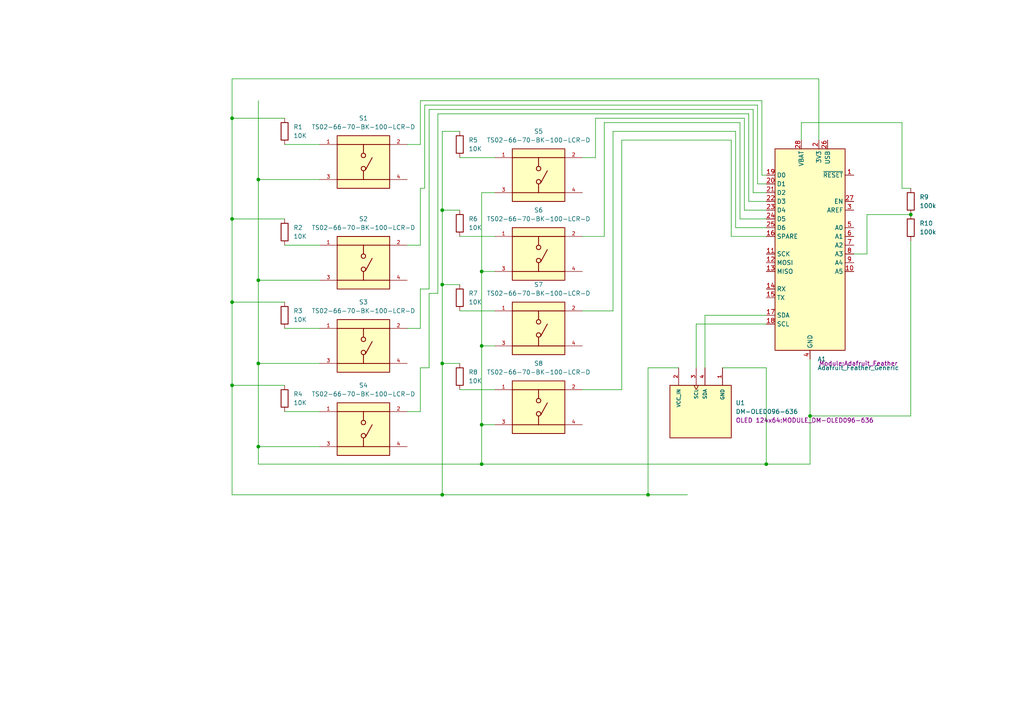
<source format=kicad_sch>
(kicad_sch
	(version 20250114)
	(generator "eeschema")
	(generator_version "9.0")
	(uuid "6e8925e9-4ddf-4c7d-9f14-f55e51f0273c")
	(paper "A4")
	(lib_symbols
		(symbol "Device:R"
			(pin_numbers
				(hide yes)
			)
			(pin_names
				(offset 0)
			)
			(exclude_from_sim no)
			(in_bom yes)
			(on_board yes)
			(property "Reference" "R"
				(at 2.032 0 90)
				(effects
					(font
						(size 1.27 1.27)
					)
				)
			)
			(property "Value" "R"
				(at 0 0 90)
				(effects
					(font
						(size 1.27 1.27)
					)
				)
			)
			(property "Footprint" ""
				(at -1.778 0 90)
				(effects
					(font
						(size 1.27 1.27)
					)
					(hide yes)
				)
			)
			(property "Datasheet" "~"
				(at 0 0 0)
				(effects
					(font
						(size 1.27 1.27)
					)
					(hide yes)
				)
			)
			(property "Description" "Resistor"
				(at 0 0 0)
				(effects
					(font
						(size 1.27 1.27)
					)
					(hide yes)
				)
			)
			(property "ki_keywords" "R res resistor"
				(at 0 0 0)
				(effects
					(font
						(size 1.27 1.27)
					)
					(hide yes)
				)
			)
			(property "ki_fp_filters" "R_*"
				(at 0 0 0)
				(effects
					(font
						(size 1.27 1.27)
					)
					(hide yes)
				)
			)
			(symbol "R_0_1"
				(rectangle
					(start -1.016 -2.54)
					(end 1.016 2.54)
					(stroke
						(width 0.254)
						(type default)
					)
					(fill
						(type none)
					)
				)
			)
			(symbol "R_1_1"
				(pin passive line
					(at 0 3.81 270)
					(length 1.27)
					(name "~"
						(effects
							(font
								(size 1.27 1.27)
							)
						)
					)
					(number "1"
						(effects
							(font
								(size 1.27 1.27)
							)
						)
					)
				)
				(pin passive line
					(at 0 -3.81 90)
					(length 1.27)
					(name "~"
						(effects
							(font
								(size 1.27 1.27)
							)
						)
					)
					(number "2"
						(effects
							(font
								(size 1.27 1.27)
							)
						)
					)
				)
			)
			(embedded_fonts no)
		)
		(symbol "MCU_Module:Adafruit_Feather_Generic"
			(exclude_from_sim no)
			(in_bom yes)
			(on_board yes)
			(property "Reference" "A"
				(at -10.16 29.21 0)
				(effects
					(font
						(size 1.27 1.27)
					)
					(justify left)
				)
			)
			(property "Value" "Adafruit_Feather_Generic"
				(at 2.54 -31.75 0)
				(effects
					(font
						(size 1.27 1.27)
					)
					(justify left)
				)
			)
			(property "Footprint" "Module:Adafruit_Feather"
				(at 2.54 -34.29 0)
				(effects
					(font
						(size 1.27 1.27)
					)
					(justify left)
					(hide yes)
				)
			)
			(property "Datasheet" "https://cdn-learn.adafruit.com/downloads/pdf/adafruit-feather.pdf"
				(at 0 -20.32 0)
				(effects
					(font
						(size 1.27 1.27)
					)
					(hide yes)
				)
			)
			(property "Description" "Microcontroller module in various flavor, generic symbol"
				(at 0 0 0)
				(effects
					(font
						(size 1.27 1.27)
					)
					(hide yes)
				)
			)
			(property "ki_keywords" "Adafruit feather microcontroller module"
				(at 0 0 0)
				(effects
					(font
						(size 1.27 1.27)
					)
					(hide yes)
				)
			)
			(property "ki_fp_filters" "Adafruit*Feather*"
				(at 0 0 0)
				(effects
					(font
						(size 1.27 1.27)
					)
					(hide yes)
				)
			)
			(symbol "Adafruit_Feather_Generic_0_1"
				(rectangle
					(start -10.16 27.94)
					(end 10.16 -30.48)
					(stroke
						(width 0.254)
						(type default)
					)
					(fill
						(type background)
					)
				)
			)
			(symbol "Adafruit_Feather_Generic_1_1"
				(pin bidirectional line
					(at -12.7 20.32 0)
					(length 2.54)
					(name "D0"
						(effects
							(font
								(size 1.27 1.27)
							)
						)
					)
					(number "19"
						(effects
							(font
								(size 1.27 1.27)
							)
						)
					)
				)
				(pin bidirectional line
					(at -12.7 17.78 0)
					(length 2.54)
					(name "D1"
						(effects
							(font
								(size 1.27 1.27)
							)
						)
					)
					(number "20"
						(effects
							(font
								(size 1.27 1.27)
							)
						)
					)
				)
				(pin bidirectional line
					(at -12.7 15.24 0)
					(length 2.54)
					(name "D2"
						(effects
							(font
								(size 1.27 1.27)
							)
						)
					)
					(number "21"
						(effects
							(font
								(size 1.27 1.27)
							)
						)
					)
				)
				(pin bidirectional line
					(at -12.7 12.7 0)
					(length 2.54)
					(name "D3"
						(effects
							(font
								(size 1.27 1.27)
							)
						)
					)
					(number "22"
						(effects
							(font
								(size 1.27 1.27)
							)
						)
					)
				)
				(pin bidirectional line
					(at -12.7 10.16 0)
					(length 2.54)
					(name "D4"
						(effects
							(font
								(size 1.27 1.27)
							)
						)
					)
					(number "23"
						(effects
							(font
								(size 1.27 1.27)
							)
						)
					)
				)
				(pin bidirectional line
					(at -12.7 7.62 0)
					(length 2.54)
					(name "D5"
						(effects
							(font
								(size 1.27 1.27)
							)
						)
					)
					(number "24"
						(effects
							(font
								(size 1.27 1.27)
							)
						)
					)
				)
				(pin bidirectional line
					(at -12.7 5.08 0)
					(length 2.54)
					(name "D6"
						(effects
							(font
								(size 1.27 1.27)
							)
						)
					)
					(number "25"
						(effects
							(font
								(size 1.27 1.27)
							)
						)
					)
				)
				(pin bidirectional line
					(at -12.7 2.54 0)
					(length 2.54)
					(name "SPARE"
						(effects
							(font
								(size 1.27 1.27)
							)
						)
					)
					(number "16"
						(effects
							(font
								(size 1.27 1.27)
							)
						)
					)
				)
				(pin bidirectional line
					(at -12.7 -2.54 0)
					(length 2.54)
					(name "SCK"
						(effects
							(font
								(size 1.27 1.27)
							)
						)
					)
					(number "11"
						(effects
							(font
								(size 1.27 1.27)
							)
						)
					)
				)
				(pin bidirectional line
					(at -12.7 -5.08 0)
					(length 2.54)
					(name "MOSI"
						(effects
							(font
								(size 1.27 1.27)
							)
						)
					)
					(number "12"
						(effects
							(font
								(size 1.27 1.27)
							)
						)
					)
				)
				(pin bidirectional line
					(at -12.7 -7.62 0)
					(length 2.54)
					(name "MISO"
						(effects
							(font
								(size 1.27 1.27)
							)
						)
					)
					(number "13"
						(effects
							(font
								(size 1.27 1.27)
							)
						)
					)
				)
				(pin bidirectional line
					(at -12.7 -12.7 0)
					(length 2.54)
					(name "RX"
						(effects
							(font
								(size 1.27 1.27)
							)
						)
					)
					(number "14"
						(effects
							(font
								(size 1.27 1.27)
							)
						)
					)
				)
				(pin bidirectional line
					(at -12.7 -15.24 0)
					(length 2.54)
					(name "TX"
						(effects
							(font
								(size 1.27 1.27)
							)
						)
					)
					(number "15"
						(effects
							(font
								(size 1.27 1.27)
							)
						)
					)
				)
				(pin bidirectional line
					(at -12.7 -20.32 0)
					(length 2.54)
					(name "SDA"
						(effects
							(font
								(size 1.27 1.27)
							)
						)
					)
					(number "17"
						(effects
							(font
								(size 1.27 1.27)
							)
						)
					)
				)
				(pin bidirectional line
					(at -12.7 -22.86 0)
					(length 2.54)
					(name "SCL"
						(effects
							(font
								(size 1.27 1.27)
							)
						)
					)
					(number "18"
						(effects
							(font
								(size 1.27 1.27)
							)
						)
					)
				)
				(pin power_in line
					(at -2.54 30.48 270)
					(length 2.54)
					(name "VBAT"
						(effects
							(font
								(size 1.27 1.27)
							)
						)
					)
					(number "28"
						(effects
							(font
								(size 1.27 1.27)
							)
						)
					)
				)
				(pin power_in line
					(at 0 -33.02 90)
					(length 2.54)
					(name "GND"
						(effects
							(font
								(size 1.27 1.27)
							)
						)
					)
					(number "4"
						(effects
							(font
								(size 1.27 1.27)
							)
						)
					)
				)
				(pin power_in line
					(at 2.54 30.48 270)
					(length 2.54)
					(name "3V3"
						(effects
							(font
								(size 1.27 1.27)
							)
						)
					)
					(number "2"
						(effects
							(font
								(size 1.27 1.27)
							)
						)
					)
				)
				(pin power_in line
					(at 5.08 30.48 270)
					(length 2.54)
					(name "USB"
						(effects
							(font
								(size 1.27 1.27)
							)
						)
					)
					(number "26"
						(effects
							(font
								(size 1.27 1.27)
							)
						)
					)
				)
				(pin input line
					(at 12.7 20.32 180)
					(length 2.54)
					(name "~{RESET}"
						(effects
							(font
								(size 1.27 1.27)
							)
						)
					)
					(number "1"
						(effects
							(font
								(size 1.27 1.27)
							)
						)
					)
				)
				(pin input line
					(at 12.7 12.7 180)
					(length 2.54)
					(name "EN"
						(effects
							(font
								(size 1.27 1.27)
							)
						)
					)
					(number "27"
						(effects
							(font
								(size 1.27 1.27)
							)
						)
					)
				)
				(pin input line
					(at 12.7 10.16 180)
					(length 2.54)
					(name "AREF"
						(effects
							(font
								(size 1.27 1.27)
							)
						)
					)
					(number "3"
						(effects
							(font
								(size 1.27 1.27)
							)
						)
					)
				)
				(pin bidirectional line
					(at 12.7 5.08 180)
					(length 2.54)
					(name "A0"
						(effects
							(font
								(size 1.27 1.27)
							)
						)
					)
					(number "5"
						(effects
							(font
								(size 1.27 1.27)
							)
						)
					)
				)
				(pin bidirectional line
					(at 12.7 2.54 180)
					(length 2.54)
					(name "A1"
						(effects
							(font
								(size 1.27 1.27)
							)
						)
					)
					(number "6"
						(effects
							(font
								(size 1.27 1.27)
							)
						)
					)
				)
				(pin bidirectional line
					(at 12.7 0 180)
					(length 2.54)
					(name "A2"
						(effects
							(font
								(size 1.27 1.27)
							)
						)
					)
					(number "7"
						(effects
							(font
								(size 1.27 1.27)
							)
						)
					)
				)
				(pin bidirectional line
					(at 12.7 -2.54 180)
					(length 2.54)
					(name "A3"
						(effects
							(font
								(size 1.27 1.27)
							)
						)
					)
					(number "8"
						(effects
							(font
								(size 1.27 1.27)
							)
						)
					)
				)
				(pin bidirectional line
					(at 12.7 -5.08 180)
					(length 2.54)
					(name "A4"
						(effects
							(font
								(size 1.27 1.27)
							)
						)
					)
					(number "9"
						(effects
							(font
								(size 1.27 1.27)
							)
						)
					)
				)
				(pin bidirectional line
					(at 12.7 -7.62 180)
					(length 2.54)
					(name "A5"
						(effects
							(font
								(size 1.27 1.27)
							)
						)
					)
					(number "10"
						(effects
							(font
								(size 1.27 1.27)
							)
						)
					)
				)
			)
			(embedded_fonts no)
		)
		(symbol "SDD1306-128x64_OLED_MK2:DM-OLED096-636"
			(pin_names
				(offset 1.016)
			)
			(exclude_from_sim no)
			(in_bom yes)
			(on_board yes)
			(property "Reference" "U"
				(at -7.62 10.922 0)
				(effects
					(font
						(size 1.27 1.27)
					)
					(justify left bottom)
				)
			)
			(property "Value" "DM-OLED096-636"
				(at -7.62 -10.16 0)
				(effects
					(font
						(size 1.27 1.27)
					)
					(justify left bottom)
				)
			)
			(property "Footprint" "DM-OLED096-636:MODULE_DM-OLED096-636"
				(at 0 0 0)
				(effects
					(font
						(size 1.27 1.27)
					)
					(justify bottom)
					(hide yes)
				)
			)
			(property "Datasheet" ""
				(at 0 0 0)
				(effects
					(font
						(size 1.27 1.27)
					)
					(hide yes)
				)
			)
			(property "Description" ""
				(at 0 0 0)
				(effects
					(font
						(size 1.27 1.27)
					)
					(hide yes)
				)
			)
			(property "MF" "Display Module"
				(at 0 0 0)
				(effects
					(font
						(size 1.27 1.27)
					)
					(justify bottom)
					(hide yes)
				)
			)
			(property "MAXIMUM_PACKAGE_HEIGHT" "11.3 mm"
				(at 0 0 0)
				(effects
					(font
						(size 1.27 1.27)
					)
					(justify bottom)
					(hide yes)
				)
			)
			(property "Package" "Package"
				(at 0 0 0)
				(effects
					(font
						(size 1.27 1.27)
					)
					(justify bottom)
					(hide yes)
				)
			)
			(property "Price" "None"
				(at 0 0 0)
				(effects
					(font
						(size 1.27 1.27)
					)
					(justify bottom)
					(hide yes)
				)
			)
			(property "Check_prices" "https://www.snapeda.com/parts/DM-OLED096-636/Display+Module/view-part/?ref=eda"
				(at 0 0 0)
				(effects
					(font
						(size 1.27 1.27)
					)
					(justify bottom)
					(hide yes)
				)
			)
			(property "STANDARD" "Manufacturer Recommendations"
				(at 0 0 0)
				(effects
					(font
						(size 1.27 1.27)
					)
					(justify bottom)
					(hide yes)
				)
			)
			(property "PARTREV" "2018-09-10"
				(at 0 0 0)
				(effects
					(font
						(size 1.27 1.27)
					)
					(justify bottom)
					(hide yes)
				)
			)
			(property "SnapEDA_Link" "https://www.snapeda.com/parts/DM-OLED096-636/Display+Module/view-part/?ref=snap"
				(at 0 0 0)
				(effects
					(font
						(size 1.27 1.27)
					)
					(justify bottom)
					(hide yes)
				)
			)
			(property "MP" "DM-OLED096-636"
				(at 0 0 0)
				(effects
					(font
						(size 1.27 1.27)
					)
					(justify bottom)
					(hide yes)
				)
			)
			(property "Description_1" "0.96” 128 X 64 MONOCHROME GRAPHIC OLED DISPLAY MODULE - I2C"
				(at 0 0 0)
				(effects
					(font
						(size 1.27 1.27)
					)
					(justify bottom)
					(hide yes)
				)
			)
			(property "Availability" "Not in stock"
				(at 0 0 0)
				(effects
					(font
						(size 1.27 1.27)
					)
					(justify bottom)
					(hide yes)
				)
			)
			(property "MANUFACTURER" "Displaymodule"
				(at 0 0 0)
				(effects
					(font
						(size 1.27 1.27)
					)
					(justify bottom)
					(hide yes)
				)
			)
			(symbol "DM-OLED096-636_0_0"
				(rectangle
					(start -7.62 -7.62)
					(end 7.62 10.16)
					(stroke
						(width 0.254)
						(type default)
					)
					(fill
						(type background)
					)
				)
				(pin power_in line
					(at 12.7 7.62 180)
					(length 5.08)
					(name "VCC_IN"
						(effects
							(font
								(size 1.016 1.016)
							)
						)
					)
					(number "2"
						(effects
							(font
								(size 1.016 1.016)
							)
						)
					)
				)
				(pin input clock
					(at 12.7 2.54 180)
					(length 5.08)
					(name "SCL"
						(effects
							(font
								(size 1.016 1.016)
							)
						)
					)
					(number "3"
						(effects
							(font
								(size 1.016 1.016)
							)
						)
					)
				)
				(pin bidirectional line
					(at 12.7 0 180)
					(length 5.08)
					(name "SDA"
						(effects
							(font
								(size 1.016 1.016)
							)
						)
					)
					(number "4"
						(effects
							(font
								(size 1.016 1.016)
							)
						)
					)
				)
				(pin power_in line
					(at 12.7 -5.08 180)
					(length 5.08)
					(name "GND"
						(effects
							(font
								(size 1.016 1.016)
							)
						)
					)
					(number "1"
						(effects
							(font
								(size 1.016 1.016)
							)
						)
					)
				)
			)
			(embedded_fonts no)
		)
		(symbol "TS02-66-70-BK-100-LCR-D:TS02-66-70-BK-100-LCR-D"
			(pin_names
				(offset 1.016)
			)
			(exclude_from_sim no)
			(in_bom yes)
			(on_board yes)
			(property "Reference" "S1"
				(at 0 12.7 0)
				(effects
					(font
						(size 1.27 1.27)
					)
				)
			)
			(property "Value" "TS02-66-70-BK-100-LCR-D"
				(at 0 10.16 0)
				(effects
					(font
						(size 1.27 1.27)
					)
				)
			)
			(property "Footprint" "Button_Switch_THT:SW_PUSH_6mm_H4.3mm"
				(at 0 0 0)
				(effects
					(font
						(size 1.27 1.27)
					)
					(justify bottom)
				)
			)
			(property "Datasheet" ""
				(at 0 0 0)
				(effects
					(font
						(size 1.27 1.27)
					)
					(hide yes)
				)
			)
			(property "Description" ""
				(at 0 0 0)
				(effects
					(font
						(size 1.27 1.27)
					)
					(hide yes)
				)
			)
			(property "PARTREV" "1.0"
				(at 0 0 0)
				(effects
					(font
						(size 1.27 1.27)
					)
					(justify bottom)
					(hide yes)
				)
			)
			(property "MANUFACTURER" "CUI Devices"
				(at 0 0 0)
				(effects
					(font
						(size 1.27 1.27)
					)
					(justify bottom)
					(hide yes)
				)
			)
			(property "STANDARD" "Manufacturer Recommendations"
				(at 0 0 0)
				(effects
					(font
						(size 1.27 1.27)
					)
					(justify bottom)
					(hide yes)
				)
			)
			(symbol "TS02-66-70-BK-100-LCR-D_0_0"
				(rectangle
					(start -7.62 -7.62)
					(end 7.62 7.62)
					(stroke
						(width 0.254)
						(type default)
					)
					(fill
						(type background)
					)
				)
				(polyline
					(pts
						(xy 0 5.08) (xy -7.62 5.08)
					)
					(stroke
						(width 0.254)
						(type default)
					)
					(fill
						(type none)
					)
				)
				(polyline
					(pts
						(xy 0 5.08) (xy 0 2.54)
					)
					(stroke
						(width 0.254)
						(type default)
					)
					(fill
						(type none)
					)
				)
				(polyline
					(pts
						(xy 0 5.08) (xy 7.62 5.08)
					)
					(stroke
						(width 0.254)
						(type default)
					)
					(fill
						(type none)
					)
				)
				(circle
					(center 0 1.905)
					(radius 0.635)
					(stroke
						(width 0.254)
						(type default)
					)
					(fill
						(type none)
					)
				)
				(circle
					(center 0 -1.905)
					(radius 0.635)
					(stroke
						(width 0.254)
						(type default)
					)
					(fill
						(type none)
					)
				)
				(polyline
					(pts
						(xy 0 -2.54) (xy 0 -5.08)
					)
					(stroke
						(width 0.254)
						(type default)
					)
					(fill
						(type none)
					)
				)
				(polyline
					(pts
						(xy 0 -5.08) (xy -7.62 -5.08)
					)
					(stroke
						(width 0.254)
						(type default)
					)
					(fill
						(type none)
					)
				)
				(polyline
					(pts
						(xy 0 -5.08) (xy 7.62 -5.08)
					)
					(stroke
						(width 0.254)
						(type default)
					)
					(fill
						(type none)
					)
				)
				(polyline
					(pts
						(xy 0.635 -2.2225) (xy 2.54 1.27)
					)
					(stroke
						(width 0.254)
						(type default)
					)
					(fill
						(type none)
					)
				)
				(pin passive line
					(at -12.7 5.08 0)
					(length 5.08)
					(name "~"
						(effects
							(font
								(size 1.016 1.016)
							)
						)
					)
					(number "1"
						(effects
							(font
								(size 1.016 1.016)
							)
						)
					)
				)
				(pin passive line
					(at -12.7 -5.08 0)
					(length 5.08)
					(name "~"
						(effects
							(font
								(size 1.016 1.016)
							)
						)
					)
					(number "3"
						(effects
							(font
								(size 1.016 1.016)
							)
						)
					)
				)
				(pin passive line
					(at 12.7 5.08 180)
					(length 5.08)
					(name "~"
						(effects
							(font
								(size 1.016 1.016)
							)
						)
					)
					(number "2"
						(effects
							(font
								(size 1.016 1.016)
							)
						)
					)
				)
				(pin passive line
					(at 12.7 -5.08 180)
					(length 5.08)
					(name "~"
						(effects
							(font
								(size 1.016 1.016)
							)
						)
					)
					(number "4"
						(effects
							(font
								(size 1.016 1.016)
							)
						)
					)
				)
			)
			(embedded_fonts no)
		)
	)
	(junction
		(at 139.7 100.33)
		(diameter 0)
		(color 0 0 0 0)
		(uuid "04f8c5c9-ca55-4850-9fcd-24d2499a797d")
	)
	(junction
		(at 139.7 78.74)
		(diameter 0)
		(color 0 0 0 0)
		(uuid "0d2dab89-ff7f-47bf-8c13-b807a9cd2a99")
	)
	(junction
		(at 74.93 52.07)
		(diameter 0)
		(color 0 0 0 0)
		(uuid "12dc0518-fae0-4b27-920d-c6ddb4c084b7")
	)
	(junction
		(at 128.27 143.51)
		(diameter 0)
		(color 0 0 0 0)
		(uuid "28fa09eb-aafa-494e-8d64-39de2681a1ee")
	)
	(junction
		(at 67.31 111.76)
		(diameter 0)
		(color 0 0 0 0)
		(uuid "2972fb78-1d4b-42b5-baf7-e222541efb0c")
	)
	(junction
		(at 67.31 34.29)
		(diameter 0)
		(color 0 0 0 0)
		(uuid "2e84169f-e22b-4569-9e07-ac07e4d51248")
	)
	(junction
		(at 187.96 143.51)
		(diameter 0)
		(color 0 0 0 0)
		(uuid "2f1c6f96-a793-4825-b19b-1fe8aa4817b0")
	)
	(junction
		(at 74.93 105.41)
		(diameter 0)
		(color 0 0 0 0)
		(uuid "2f718fef-e9d9-425f-8bc8-5a6c2c0ecde0")
	)
	(junction
		(at 139.7 134.62)
		(diameter 0)
		(color 0 0 0 0)
		(uuid "32210d50-bd0b-4dfe-babe-805c5e5efb9c")
	)
	(junction
		(at 67.31 63.5)
		(diameter 0)
		(color 0 0 0 0)
		(uuid "3bdac298-cbd8-404d-a06f-dbbd07989b4b")
	)
	(junction
		(at 74.93 81.28)
		(diameter 0)
		(color 0 0 0 0)
		(uuid "57d8fce8-f475-49f6-a8fa-390f8cd29cea")
	)
	(junction
		(at 139.7 123.19)
		(diameter 0)
		(color 0 0 0 0)
		(uuid "6bf8e5a3-5836-41e0-9e78-cf92eacea2f1")
	)
	(junction
		(at 128.27 60.96)
		(diameter 0)
		(color 0 0 0 0)
		(uuid "6e82eef2-e89d-4246-9f80-fa55d80f488c")
	)
	(junction
		(at 128.27 82.55)
		(diameter 0)
		(color 0 0 0 0)
		(uuid "9391b7b1-dc8e-4304-86d3-5b5e3fcd1fcd")
	)
	(junction
		(at 234.95 120.65)
		(diameter 0)
		(color 0 0 0 0)
		(uuid "a61c41f6-67c6-4037-9bf0-2384557bd661")
	)
	(junction
		(at 264.16 62.23)
		(diameter 0)
		(color 0 0 0 0)
		(uuid "b281cbe7-47bf-45f9-943b-25cbf989efc0")
	)
	(junction
		(at 67.31 87.63)
		(diameter 0)
		(color 0 0 0 0)
		(uuid "d1afe365-5a03-40b3-8ea5-bff70c0fbf9a")
	)
	(junction
		(at 74.93 129.54)
		(diameter 0)
		(color 0 0 0 0)
		(uuid "dada53df-06ae-421c-99ae-9bc2b7aab9e1")
	)
	(junction
		(at 128.27 105.41)
		(diameter 0)
		(color 0 0 0 0)
		(uuid "eda85c04-2472-4a71-bfc9-5892173ba93b")
	)
	(junction
		(at 222.25 134.62)
		(diameter 0)
		(color 0 0 0 0)
		(uuid "ffee603c-1ad9-467a-b98b-dff04c6d4653")
	)
	(wire
		(pts
			(xy 196.85 106.68) (xy 187.96 106.68)
		)
		(stroke
			(width 0)
			(type default)
		)
		(uuid "01c55539-6c05-464b-8cec-39071488d3e6")
	)
	(wire
		(pts
			(xy 261.62 35.56) (xy 261.62 54.61)
		)
		(stroke
			(width 0)
			(type default)
		)
		(uuid "0417441d-ac80-45e1-80e1-77995ab35f54")
	)
	(wire
		(pts
			(xy 219.71 30.48) (xy 219.71 53.34)
		)
		(stroke
			(width 0)
			(type default)
		)
		(uuid "045ab010-3ea8-4dea-8338-87917b8a4d55")
	)
	(wire
		(pts
			(xy 128.27 38.1) (xy 133.35 38.1)
		)
		(stroke
			(width 0)
			(type default)
		)
		(uuid "04addf5f-5419-4e3a-870e-67f79773cbba")
	)
	(wire
		(pts
			(xy 180.34 40.64) (xy 212.09 40.64)
		)
		(stroke
			(width 0)
			(type default)
		)
		(uuid "05635771-4cfe-4f53-a9dd-b0974f5c4663")
	)
	(wire
		(pts
			(xy 67.31 87.63) (xy 67.31 111.76)
		)
		(stroke
			(width 0)
			(type default)
		)
		(uuid "05db419c-fad1-42b3-ab2b-14f3c698722c")
	)
	(wire
		(pts
			(xy 251.46 62.23) (xy 251.46 73.66)
		)
		(stroke
			(width 0)
			(type default)
		)
		(uuid "087a0a41-f8f9-4144-b9a1-f7876fb0b510")
	)
	(wire
		(pts
			(xy 168.91 45.72) (xy 172.72 45.72)
		)
		(stroke
			(width 0)
			(type default)
		)
		(uuid "0a361a25-e1bf-4021-9a50-ad11fb90ec8c")
	)
	(wire
		(pts
			(xy 139.7 100.33) (xy 143.51 100.33)
		)
		(stroke
			(width 0)
			(type default)
		)
		(uuid "0bae9674-c55d-41a1-ae35-fe5660503106")
	)
	(wire
		(pts
			(xy 222.25 134.62) (xy 234.95 134.62)
		)
		(stroke
			(width 0)
			(type default)
		)
		(uuid "0bb85bd3-c73c-4644-9ab8-216ebe553039")
	)
	(wire
		(pts
			(xy 67.31 63.5) (xy 82.55 63.5)
		)
		(stroke
			(width 0)
			(type default)
		)
		(uuid "0bd3c616-5524-45e4-8dcb-5f936760de85")
	)
	(wire
		(pts
			(xy 127 85.09) (xy 127 33.02)
		)
		(stroke
			(width 0)
			(type default)
		)
		(uuid "0dd3b402-ebd3-42c1-ad20-ecce45ddb5c7")
	)
	(wire
		(pts
			(xy 74.93 105.41) (xy 74.93 129.54)
		)
		(stroke
			(width 0)
			(type default)
		)
		(uuid "0f95b1bd-d13d-40d2-8453-6415dfe2fe67")
	)
	(wire
		(pts
			(xy 214.63 35.56) (xy 214.63 63.5)
		)
		(stroke
			(width 0)
			(type default)
		)
		(uuid "10bb14b9-673c-432a-8320-6bd9628251d0")
	)
	(wire
		(pts
			(xy 121.92 106.68) (xy 124.46 106.68)
		)
		(stroke
			(width 0)
			(type default)
		)
		(uuid "174d51fa-be87-441b-8731-584a44e1f95f")
	)
	(wire
		(pts
			(xy 168.91 113.03) (xy 180.34 113.03)
		)
		(stroke
			(width 0)
			(type default)
		)
		(uuid "1a8c1f37-c11e-48bf-9cd8-67ce0a3ae5fc")
	)
	(wire
		(pts
			(xy 67.31 22.86) (xy 67.31 34.29)
		)
		(stroke
			(width 0)
			(type default)
		)
		(uuid "1aa072b3-42c1-4f8b-b067-07ed0ae43af4")
	)
	(wire
		(pts
			(xy 139.7 55.88) (xy 143.51 55.88)
		)
		(stroke
			(width 0)
			(type default)
		)
		(uuid "1b07f5fb-eb09-4b4d-8bfa-66c802752a6f")
	)
	(wire
		(pts
			(xy 175.26 35.56) (xy 214.63 35.56)
		)
		(stroke
			(width 0)
			(type default)
		)
		(uuid "1d51c82d-28ad-49d2-9a0e-5b3e6b4f4ece")
	)
	(wire
		(pts
			(xy 201.93 93.98) (xy 201.93 106.68)
		)
		(stroke
			(width 0)
			(type default)
		)
		(uuid "2033c246-20ae-4c89-a369-96892f6d96a7")
	)
	(wire
		(pts
			(xy 67.31 87.63) (xy 82.55 87.63)
		)
		(stroke
			(width 0)
			(type default)
		)
		(uuid "2597debc-efab-4122-a7a4-49dada01e1ad")
	)
	(wire
		(pts
			(xy 180.34 113.03) (xy 180.34 40.64)
		)
		(stroke
			(width 0)
			(type default)
		)
		(uuid "2740ec89-d2d9-4cb1-a780-3b9b502c85fb")
	)
	(wire
		(pts
			(xy 118.11 95.25) (xy 121.92 95.25)
		)
		(stroke
			(width 0)
			(type default)
		)
		(uuid "2756b20d-ad54-405a-8d0d-1aebaf449b8e")
	)
	(wire
		(pts
			(xy 67.31 63.5) (xy 67.31 87.63)
		)
		(stroke
			(width 0)
			(type default)
		)
		(uuid "2a9a7747-df9b-4996-85a7-8158e896b8a8")
	)
	(wire
		(pts
			(xy 128.27 38.1) (xy 128.27 60.96)
		)
		(stroke
			(width 0)
			(type default)
		)
		(uuid "2a9f0629-9e84-468e-a3be-7b8216677791")
	)
	(wire
		(pts
			(xy 67.31 111.76) (xy 82.55 111.76)
		)
		(stroke
			(width 0)
			(type default)
		)
		(uuid "3111ec84-74a7-407c-9d52-36650448e51e")
	)
	(wire
		(pts
			(xy 121.92 71.12) (xy 121.92 54.61)
		)
		(stroke
			(width 0)
			(type default)
		)
		(uuid "370865f3-f1aa-472f-9044-e35d3bd6f7da")
	)
	(wire
		(pts
			(xy 139.7 134.62) (xy 139.7 123.19)
		)
		(stroke
			(width 0)
			(type default)
		)
		(uuid "37310a7a-b837-4d9f-8e8b-f868b8f238ab")
	)
	(wire
		(pts
			(xy 222.25 106.68) (xy 222.25 134.62)
		)
		(stroke
			(width 0)
			(type default)
		)
		(uuid "37e79990-2392-4c74-85c8-2ff09126fe6f")
	)
	(wire
		(pts
			(xy 232.41 35.56) (xy 261.62 35.56)
		)
		(stroke
			(width 0)
			(type default)
		)
		(uuid "3c2fe13b-a838-4007-b6f5-110da77d44ad")
	)
	(wire
		(pts
			(xy 124.46 106.68) (xy 124.46 85.09)
		)
		(stroke
			(width 0)
			(type default)
		)
		(uuid "3e45b27f-acde-416c-8f28-84de1f70c5f2")
	)
	(wire
		(pts
			(xy 67.31 143.51) (xy 128.27 143.51)
		)
		(stroke
			(width 0)
			(type default)
		)
		(uuid "3f29ed3f-80dc-4d1c-a766-f647bb11a1b7")
	)
	(wire
		(pts
			(xy 215.9 60.96) (xy 222.25 60.96)
		)
		(stroke
			(width 0)
			(type default)
		)
		(uuid "3f8f2d3a-60c0-4298-a6f7-3812967e6cdd")
	)
	(wire
		(pts
			(xy 128.27 105.41) (xy 133.35 105.41)
		)
		(stroke
			(width 0)
			(type default)
		)
		(uuid "40058168-3b72-4d3d-ad03-d49ca3d5bafc")
	)
	(wire
		(pts
			(xy 128.27 82.55) (xy 128.27 105.41)
		)
		(stroke
			(width 0)
			(type default)
		)
		(uuid "409fc6ba-6811-4d03-911e-0230696c5d4f")
	)
	(wire
		(pts
			(xy 118.11 71.12) (xy 121.92 71.12)
		)
		(stroke
			(width 0)
			(type default)
		)
		(uuid "4125556d-c8d1-4821-b8e4-0401ae1b2f73")
	)
	(wire
		(pts
			(xy 139.7 134.62) (xy 222.25 134.62)
		)
		(stroke
			(width 0)
			(type default)
		)
		(uuid "41beda14-1767-40f0-981f-4a3726dab32a")
	)
	(wire
		(pts
			(xy 222.25 93.98) (xy 201.93 93.98)
		)
		(stroke
			(width 0)
			(type default)
		)
		(uuid "44d34799-4f19-4893-b261-ecfc568d95fa")
	)
	(wire
		(pts
			(xy 139.7 78.74) (xy 139.7 55.88)
		)
		(stroke
			(width 0)
			(type default)
		)
		(uuid "530c9f73-d631-42e3-be94-0b1b18ae06fa")
	)
	(wire
		(pts
			(xy 121.92 83.82) (xy 124.46 83.82)
		)
		(stroke
			(width 0)
			(type default)
		)
		(uuid "547e1f65-cda0-4461-b234-d747771dbacb")
	)
	(wire
		(pts
			(xy 175.26 68.58) (xy 175.26 35.56)
		)
		(stroke
			(width 0)
			(type default)
		)
		(uuid "5684d532-78f8-42ad-8b5d-d077546280de")
	)
	(wire
		(pts
			(xy 121.92 29.21) (xy 220.98 29.21)
		)
		(stroke
			(width 0)
			(type default)
		)
		(uuid "57c6efa2-c1f7-467b-8a02-defa51d9cb3d")
	)
	(wire
		(pts
			(xy 139.7 123.19) (xy 143.51 123.19)
		)
		(stroke
			(width 0)
			(type default)
		)
		(uuid "5a5f9e3e-7f18-45a0-a86b-7f9316edea47")
	)
	(wire
		(pts
			(xy 234.95 120.65) (xy 264.16 120.65)
		)
		(stroke
			(width 0)
			(type default)
		)
		(uuid "5aece824-34a9-4e89-9425-b197c3695e93")
	)
	(wire
		(pts
			(xy 213.36 66.04) (xy 222.25 66.04)
		)
		(stroke
			(width 0)
			(type default)
		)
		(uuid "61d1d7cb-f9e2-49e8-9098-2c0fdec3b57d")
	)
	(wire
		(pts
			(xy 212.09 68.58) (xy 222.25 68.58)
		)
		(stroke
			(width 0)
			(type default)
		)
		(uuid "679cf63e-50c3-4931-8ba4-2c5af2639d22")
	)
	(wire
		(pts
			(xy 264.16 62.23) (xy 251.46 62.23)
		)
		(stroke
			(width 0)
			(type default)
		)
		(uuid "6f406ea8-07df-4295-a674-624208da61cb")
	)
	(wire
		(pts
			(xy 67.31 34.29) (xy 67.31 63.5)
		)
		(stroke
			(width 0)
			(type default)
		)
		(uuid "70943c5a-808c-48c4-b775-ba2b043dfb2f")
	)
	(wire
		(pts
			(xy 213.36 38.1) (xy 213.36 66.04)
		)
		(stroke
			(width 0)
			(type default)
		)
		(uuid "71fb98cd-ea64-4661-9821-cc95c5dc8d25")
	)
	(wire
		(pts
			(xy 128.27 105.41) (xy 128.27 143.51)
		)
		(stroke
			(width 0)
			(type default)
		)
		(uuid "75b54eb8-d70e-43c5-a2f9-6902e82ece77")
	)
	(wire
		(pts
			(xy 82.55 95.25) (xy 92.71 95.25)
		)
		(stroke
			(width 0)
			(type default)
		)
		(uuid "76308571-354e-4860-9d64-9d7f5e185129")
	)
	(wire
		(pts
			(xy 187.96 143.51) (xy 199.39 143.51)
		)
		(stroke
			(width 0)
			(type default)
		)
		(uuid "764e24e1-ccdf-4d63-8510-94bee9971c4f")
	)
	(wire
		(pts
			(xy 237.49 22.86) (xy 67.31 22.86)
		)
		(stroke
			(width 0)
			(type default)
		)
		(uuid "76985073-dc0a-40d3-a8a4-bd16d7db5ef3")
	)
	(wire
		(pts
			(xy 128.27 143.51) (xy 187.96 143.51)
		)
		(stroke
			(width 0)
			(type default)
		)
		(uuid "78a54072-4430-44c8-b326-c82387d08b95")
	)
	(wire
		(pts
			(xy 123.19 30.48) (xy 219.71 30.48)
		)
		(stroke
			(width 0)
			(type default)
		)
		(uuid "7a31e987-2b8d-4e4e-9501-357f7f084098")
	)
	(wire
		(pts
			(xy 232.41 40.64) (xy 232.41 35.56)
		)
		(stroke
			(width 0)
			(type default)
		)
		(uuid "7a692195-3a07-4ae3-aaaf-815b6ec83b83")
	)
	(wire
		(pts
			(xy 118.11 119.38) (xy 121.92 119.38)
		)
		(stroke
			(width 0)
			(type default)
		)
		(uuid "7b699931-f012-4ff0-b8b5-c319fb5ef0cb")
	)
	(wire
		(pts
			(xy 124.46 31.75) (xy 218.44 31.75)
		)
		(stroke
			(width 0)
			(type default)
		)
		(uuid "7d2bc01a-5e91-460a-a48a-33fa0e76de38")
	)
	(wire
		(pts
			(xy 220.98 50.8) (xy 222.25 50.8)
		)
		(stroke
			(width 0)
			(type default)
		)
		(uuid "7d44e558-bcab-4815-8ac2-ee6626f279d2")
	)
	(wire
		(pts
			(xy 128.27 60.96) (xy 133.35 60.96)
		)
		(stroke
			(width 0)
			(type default)
		)
		(uuid "7d62e6d0-7a01-48f5-bc3f-a382ad6ab7ab")
	)
	(wire
		(pts
			(xy 74.93 52.07) (xy 92.71 52.07)
		)
		(stroke
			(width 0)
			(type default)
		)
		(uuid "7e6656d5-344b-484c-935f-bfddb0bc5a05")
	)
	(wire
		(pts
			(xy 82.55 71.12) (xy 92.71 71.12)
		)
		(stroke
			(width 0)
			(type default)
		)
		(uuid "7ede0401-cf30-4b39-b677-b6f3b6b105e8")
	)
	(wire
		(pts
			(xy 74.93 105.41) (xy 92.71 105.41)
		)
		(stroke
			(width 0)
			(type default)
		)
		(uuid "7f35c420-64ea-48d1-bd3d-6bc86558d889")
	)
	(wire
		(pts
			(xy 168.91 68.58) (xy 175.26 68.58)
		)
		(stroke
			(width 0)
			(type default)
		)
		(uuid "8294af33-2602-4593-8383-fa85cce3335a")
	)
	(wire
		(pts
			(xy 261.62 54.61) (xy 264.16 54.61)
		)
		(stroke
			(width 0)
			(type default)
		)
		(uuid "82ca6789-7a6d-49b1-8bca-874d3a1adf89")
	)
	(wire
		(pts
			(xy 234.95 104.14) (xy 234.95 120.65)
		)
		(stroke
			(width 0)
			(type default)
		)
		(uuid "8ae181dc-a310-4bd4-861d-a97cf9eb3e00")
	)
	(wire
		(pts
			(xy 74.93 81.28) (xy 92.71 81.28)
		)
		(stroke
			(width 0)
			(type default)
		)
		(uuid "900aaff8-f031-492d-a1ef-f469f1ef12b4")
	)
	(wire
		(pts
			(xy 209.55 106.68) (xy 222.25 106.68)
		)
		(stroke
			(width 0)
			(type default)
		)
		(uuid "97461d20-c769-48af-b521-1dac91742c53")
	)
	(wire
		(pts
			(xy 74.93 52.07) (xy 74.93 81.28)
		)
		(stroke
			(width 0)
			(type default)
		)
		(uuid "99374e1b-ad8d-49b0-8fb5-f73041af7935")
	)
	(wire
		(pts
			(xy 139.7 78.74) (xy 143.51 78.74)
		)
		(stroke
			(width 0)
			(type default)
		)
		(uuid "99d91f41-e5f0-4da8-9c7d-bf937327aa0a")
	)
	(wire
		(pts
			(xy 67.31 34.29) (xy 82.55 34.29)
		)
		(stroke
			(width 0)
			(type default)
		)
		(uuid "9c3cf6e4-30f5-460c-bb99-171991e0c5fd")
	)
	(wire
		(pts
			(xy 234.95 120.65) (xy 234.95 134.62)
		)
		(stroke
			(width 0)
			(type default)
		)
		(uuid "9c43f388-be9f-4552-88d8-2100a9448ff3")
	)
	(wire
		(pts
			(xy 121.92 119.38) (xy 121.92 106.68)
		)
		(stroke
			(width 0)
			(type default)
		)
		(uuid "9c661405-44ce-470e-9b86-7656b06525d7")
	)
	(wire
		(pts
			(xy 128.27 60.96) (xy 128.27 82.55)
		)
		(stroke
			(width 0)
			(type default)
		)
		(uuid "9f34ae01-68ba-4224-bdd7-470cfcc6966e")
	)
	(wire
		(pts
			(xy 222.25 91.44) (xy 204.47 91.44)
		)
		(stroke
			(width 0)
			(type default)
		)
		(uuid "9f9cab7e-a161-47de-bb3e-887e94aa261c")
	)
	(wire
		(pts
			(xy 121.92 29.21) (xy 121.92 41.91)
		)
		(stroke
			(width 0)
			(type default)
		)
		(uuid "a3d54d7a-8ada-4fa2-88ea-164d345a7cef")
	)
	(wire
		(pts
			(xy 67.31 111.76) (xy 67.31 143.51)
		)
		(stroke
			(width 0)
			(type default)
		)
		(uuid "a4d73de5-171a-41e6-896a-751b4b0bc57b")
	)
	(wire
		(pts
			(xy 251.46 73.66) (xy 247.65 73.66)
		)
		(stroke
			(width 0)
			(type default)
		)
		(uuid "a6af5340-4dfa-4d45-aa82-dfdadb3b6ce0")
	)
	(wire
		(pts
			(xy 215.9 34.29) (xy 215.9 60.96)
		)
		(stroke
			(width 0)
			(type default)
		)
		(uuid "a7311968-6709-4c15-83dc-b439d8d07073")
	)
	(wire
		(pts
			(xy 74.93 129.54) (xy 92.71 129.54)
		)
		(stroke
			(width 0)
			(type default)
		)
		(uuid "a7eb0641-f70e-47ce-bacc-4fcb72a42e2f")
	)
	(wire
		(pts
			(xy 74.93 129.54) (xy 74.93 134.62)
		)
		(stroke
			(width 0)
			(type default)
		)
		(uuid "a994bc13-5441-4f0f-ac98-0f556e8acdf9")
	)
	(wire
		(pts
			(xy 133.35 68.58) (xy 143.51 68.58)
		)
		(stroke
			(width 0)
			(type default)
		)
		(uuid "a9f0b195-a48e-4870-b28d-4518bfc47202")
	)
	(wire
		(pts
			(xy 264.16 69.85) (xy 264.16 120.65)
		)
		(stroke
			(width 0)
			(type default)
		)
		(uuid "aa0b1b9c-2a3c-47ab-9f3b-93f31cc22923")
	)
	(wire
		(pts
			(xy 127 33.02) (xy 217.17 33.02)
		)
		(stroke
			(width 0)
			(type default)
		)
		(uuid "aa688854-d1dc-43e7-a5d8-661adc16a274")
	)
	(wire
		(pts
			(xy 124.46 85.09) (xy 127 85.09)
		)
		(stroke
			(width 0)
			(type default)
		)
		(uuid "ab934cff-c635-4927-9cc1-dee78d7aae8d")
	)
	(wire
		(pts
			(xy 219.71 53.34) (xy 222.25 53.34)
		)
		(stroke
			(width 0)
			(type default)
		)
		(uuid "ac53df45-37a8-4c1e-8aba-e49d365384d9")
	)
	(wire
		(pts
			(xy 217.17 33.02) (xy 217.17 58.42)
		)
		(stroke
			(width 0)
			(type default)
		)
		(uuid "acee2df7-ceeb-4ee5-8859-6688857e9f28")
	)
	(wire
		(pts
			(xy 121.92 54.61) (xy 123.19 54.61)
		)
		(stroke
			(width 0)
			(type default)
		)
		(uuid "ae1b1bde-034b-44d2-87eb-053ef08369c4")
	)
	(wire
		(pts
			(xy 218.44 55.88) (xy 222.25 55.88)
		)
		(stroke
			(width 0)
			(type default)
		)
		(uuid "af37c917-d4ca-4758-8d62-ff05e7cc3420")
	)
	(wire
		(pts
			(xy 74.93 29.21) (xy 74.93 52.07)
		)
		(stroke
			(width 0)
			(type default)
		)
		(uuid "b65e0352-f426-4970-b750-69d3d9d72f97")
	)
	(wire
		(pts
			(xy 133.35 113.03) (xy 143.51 113.03)
		)
		(stroke
			(width 0)
			(type default)
		)
		(uuid "b7924a98-a141-410f-9cd6-afa4f3313334")
	)
	(wire
		(pts
			(xy 217.17 58.42) (xy 222.25 58.42)
		)
		(stroke
			(width 0)
			(type default)
		)
		(uuid "bbd7391e-0266-4e23-8219-1792a16b5104")
	)
	(wire
		(pts
			(xy 214.63 63.5) (xy 222.25 63.5)
		)
		(stroke
			(width 0)
			(type default)
		)
		(uuid "bd6401d8-a3f3-4b77-a75c-48b6560f3f64")
	)
	(wire
		(pts
			(xy 121.92 95.25) (xy 121.92 83.82)
		)
		(stroke
			(width 0)
			(type default)
		)
		(uuid "be379b0a-fc5a-48c9-a9dd-491c881b1cab")
	)
	(wire
		(pts
			(xy 172.72 34.29) (xy 215.9 34.29)
		)
		(stroke
			(width 0)
			(type default)
		)
		(uuid "bebbce31-9fde-46c5-a991-8e0f581cb415")
	)
	(wire
		(pts
			(xy 218.44 31.75) (xy 218.44 55.88)
		)
		(stroke
			(width 0)
			(type default)
		)
		(uuid "bfe72f2b-296c-40c8-8f05-7d6cd18309ae")
	)
	(wire
		(pts
			(xy 128.27 82.55) (xy 133.35 82.55)
		)
		(stroke
			(width 0)
			(type default)
		)
		(uuid "c11d0266-fa20-4025-90be-f8ab635ede3e")
	)
	(wire
		(pts
			(xy 204.47 91.44) (xy 204.47 106.68)
		)
		(stroke
			(width 0)
			(type default)
		)
		(uuid "c70e591d-e3ef-44ab-ab28-41081ff3a2b1")
	)
	(wire
		(pts
			(xy 121.92 41.91) (xy 118.11 41.91)
		)
		(stroke
			(width 0)
			(type default)
		)
		(uuid "c88152af-1022-4084-9daa-72f9279856b1")
	)
	(wire
		(pts
			(xy 124.46 83.82) (xy 124.46 31.75)
		)
		(stroke
			(width 0)
			(type default)
		)
		(uuid "c939dd84-b23c-4a8c-b03d-2bd85b812246")
	)
	(wire
		(pts
			(xy 177.8 38.1) (xy 213.36 38.1)
		)
		(stroke
			(width 0)
			(type default)
		)
		(uuid "c952ed4f-a200-4d46-a8e2-17d949a14abd")
	)
	(wire
		(pts
			(xy 139.7 100.33) (xy 139.7 78.74)
		)
		(stroke
			(width 0)
			(type default)
		)
		(uuid "d956a022-d4e2-4c66-9a23-24b9b320c295")
	)
	(wire
		(pts
			(xy 177.8 90.17) (xy 177.8 38.1)
		)
		(stroke
			(width 0)
			(type default)
		)
		(uuid "db005b8d-5b96-4aa0-bbea-e41a015ebf21")
	)
	(wire
		(pts
			(xy 187.96 106.68) (xy 187.96 143.51)
		)
		(stroke
			(width 0)
			(type default)
		)
		(uuid "dc59e017-b046-47fc-bb61-123c00472632")
	)
	(wire
		(pts
			(xy 74.93 134.62) (xy 139.7 134.62)
		)
		(stroke
			(width 0)
			(type default)
		)
		(uuid "dd0b2e92-d4e6-49da-a2a2-a1ad410d310f")
	)
	(wire
		(pts
			(xy 139.7 123.19) (xy 139.7 100.33)
		)
		(stroke
			(width 0)
			(type default)
		)
		(uuid "e19dc8e5-f009-4b30-9577-46ec58e1635c")
	)
	(wire
		(pts
			(xy 82.55 41.91) (xy 92.71 41.91)
		)
		(stroke
			(width 0)
			(type default)
		)
		(uuid "e4d8f6b2-1a6a-4dbc-bcd2-fab7e9068d01")
	)
	(wire
		(pts
			(xy 168.91 90.17) (xy 177.8 90.17)
		)
		(stroke
			(width 0)
			(type default)
		)
		(uuid "e686cd99-e1ad-4cd1-b98e-46507e48a880")
	)
	(wire
		(pts
			(xy 133.35 45.72) (xy 143.51 45.72)
		)
		(stroke
			(width 0)
			(type default)
		)
		(uuid "e946bddb-172b-4a96-bd6e-4ee44ae3f682")
	)
	(wire
		(pts
			(xy 237.49 40.64) (xy 237.49 22.86)
		)
		(stroke
			(width 0)
			(type default)
		)
		(uuid "ed46f45f-e6fb-47d1-afb5-4f2d0164db8c")
	)
	(wire
		(pts
			(xy 172.72 45.72) (xy 172.72 34.29)
		)
		(stroke
			(width 0)
			(type default)
		)
		(uuid "f12da5d4-e6fd-49db-b111-3be4ac6f2db7")
	)
	(wire
		(pts
			(xy 212.09 40.64) (xy 212.09 68.58)
		)
		(stroke
			(width 0)
			(type default)
		)
		(uuid "f6865d87-5127-4657-9025-46839c88a84b")
	)
	(wire
		(pts
			(xy 123.19 54.61) (xy 123.19 30.48)
		)
		(stroke
			(width 0)
			(type default)
		)
		(uuid "f74c4340-3e81-4916-aa32-2316e90a9924")
	)
	(wire
		(pts
			(xy 220.98 29.21) (xy 220.98 50.8)
		)
		(stroke
			(width 0)
			(type default)
		)
		(uuid "f99b8e38-5583-466c-b1f2-0b3a30e4a5f9")
	)
	(wire
		(pts
			(xy 74.93 81.28) (xy 74.93 105.41)
		)
		(stroke
			(width 0)
			(type default)
		)
		(uuid "fb72ccf9-1223-4c9a-85ed-5a50f3223d30")
	)
	(wire
		(pts
			(xy 133.35 90.17) (xy 143.51 90.17)
		)
		(stroke
			(width 0)
			(type default)
		)
		(uuid "fd9f3998-3afd-420f-910c-fe0810119ffe")
	)
	(wire
		(pts
			(xy 82.55 119.38) (xy 92.71 119.38)
		)
		(stroke
			(width 0)
			(type default)
		)
		(uuid "fde661f2-a53c-4f08-9a7a-3cc4a8778aaf")
	)
	(symbol
		(lib_id "Device:R")
		(at 264.16 58.42 0)
		(unit 1)
		(exclude_from_sim no)
		(in_bom yes)
		(on_board yes)
		(dnp no)
		(fields_autoplaced yes)
		(uuid "0a8255c5-fb15-40eb-9f9c-d83ea464f931")
		(property "Reference" "R9"
			(at 266.7 57.1499 0)
			(effects
				(font
					(size 1.27 1.27)
				)
				(justify left)
			)
		)
		(property "Value" "100k"
			(at 266.7 59.6899 0)
			(effects
				(font
					(size 1.27 1.27)
				)
				(justify left)
			)
		)
		(property "Footprint" "Resistor_THT:R_Axial_DIN0204_L3.6mm_D1.6mm_P5.08mm_Horizontal"
			(at 262.382 58.42 90)
			(effects
				(font
					(size 1.27 1.27)
				)
				(hide yes)
			)
		)
		(property "Datasheet" "~"
			(at 264.16 58.42 0)
			(effects
				(font
					(size 1.27 1.27)
				)
				(hide yes)
			)
		)
		(property "Description" "Resistor"
			(at 264.16 58.42 0)
			(effects
				(font
					(size 1.27 1.27)
				)
				(hide yes)
			)
		)
		(pin "1"
			(uuid "8910a93b-8087-40b2-9e12-dd5aa8fb6370")
		)
		(pin "2"
			(uuid "bbe7e2b8-df6a-4e5d-8215-32edeef532a4")
		)
		(instances
			(project "MTG Counter RP2040"
				(path "/6e8925e9-4ddf-4c7d-9f14-f55e51f0273c"
					(reference "R9")
					(unit 1)
				)
			)
		)
	)
	(symbol
		(lib_id "TS02-66-70-BK-100-LCR-D:TS02-66-70-BK-100-LCR-D")
		(at 156.21 118.11 0)
		(unit 1)
		(exclude_from_sim no)
		(in_bom yes)
		(on_board yes)
		(dnp no)
		(fields_autoplaced yes)
		(uuid "2b5d52d2-5c3b-4687-b1ca-b36256c2290d")
		(property "Reference" "S8"
			(at 156.21 105.41 0)
			(effects
				(font
					(size 1.27 1.27)
				)
			)
		)
		(property "Value" "TS02-66-70-BK-100-LCR-D"
			(at 156.21 107.95 0)
			(effects
				(font
					(size 1.27 1.27)
				)
			)
		)
		(property "Footprint" "Button propper pads:SW_PUSH_6mm_H4.3mm(PROPERBUTTON)"
			(at 156.21 118.11 0)
			(effects
				(font
					(size 1.27 1.27)
				)
				(justify bottom)
				(hide yes)
			)
		)
		(property "Datasheet" ""
			(at 156.21 118.11 0)
			(effects
				(font
					(size 1.27 1.27)
				)
				(hide yes)
			)
		)
		(property "Description" ""
			(at 156.21 118.11 0)
			(effects
				(font
					(size 1.27 1.27)
				)
				(hide yes)
			)
		)
		(property "PARTREV" "1.0"
			(at 156.21 118.11 0)
			(effects
				(font
					(size 1.27 1.27)
				)
				(justify bottom)
				(hide yes)
			)
		)
		(property "MANUFACTURER" "CUI Devices"
			(at 156.21 118.11 0)
			(effects
				(font
					(size 1.27 1.27)
				)
				(justify bottom)
				(hide yes)
			)
		)
		(property "STANDARD" "Manufacturer Recommendations"
			(at 156.21 118.11 0)
			(effects
				(font
					(size 1.27 1.27)
				)
				(justify bottom)
				(hide yes)
			)
		)
		(pin "1"
			(uuid "728f5d39-11a4-4365-9fe9-741dd648b428")
		)
		(pin "3"
			(uuid "eee20707-115a-407f-8ef0-522c17fff12f")
		)
		(pin "2"
			(uuid "11e11a0f-120c-4ac6-b4a7-2aa5e37c4c56")
		)
		(pin "4"
			(uuid "a6c00c92-cbdd-41de-8d1f-eedcfd44e1dc")
		)
		(instances
			(project "MTG Counter RP2040"
				(path "/6e8925e9-4ddf-4c7d-9f14-f55e51f0273c"
					(reference "S8")
					(unit 1)
				)
			)
		)
	)
	(symbol
		(lib_id "TS02-66-70-BK-100-LCR-D:TS02-66-70-BK-100-LCR-D")
		(at 156.21 95.25 0)
		(unit 1)
		(exclude_from_sim no)
		(in_bom yes)
		(on_board yes)
		(dnp no)
		(fields_autoplaced yes)
		(uuid "3264d14b-4fba-4922-8d1e-09314c4cc064")
		(property "Reference" "S7"
			(at 156.21 82.55 0)
			(effects
				(font
					(size 1.27 1.27)
				)
			)
		)
		(property "Value" "TS02-66-70-BK-100-LCR-D"
			(at 156.21 85.09 0)
			(effects
				(font
					(size 1.27 1.27)
				)
			)
		)
		(property "Footprint" "Button propper pads:SW_PUSH_6mm_H4.3mm(PROPERBUTTON)"
			(at 156.21 95.25 0)
			(effects
				(font
					(size 1.27 1.27)
				)
				(justify bottom)
				(hide yes)
			)
		)
		(property "Datasheet" ""
			(at 156.21 95.25 0)
			(effects
				(font
					(size 1.27 1.27)
				)
				(hide yes)
			)
		)
		(property "Description" ""
			(at 156.21 95.25 0)
			(effects
				(font
					(size 1.27 1.27)
				)
				(hide yes)
			)
		)
		(property "PARTREV" "1.0"
			(at 156.21 95.25 0)
			(effects
				(font
					(size 1.27 1.27)
				)
				(justify bottom)
				(hide yes)
			)
		)
		(property "MANUFACTURER" "CUI Devices"
			(at 156.21 95.25 0)
			(effects
				(font
					(size 1.27 1.27)
				)
				(justify bottom)
				(hide yes)
			)
		)
		(property "STANDARD" "Manufacturer Recommendations"
			(at 156.21 95.25 0)
			(effects
				(font
					(size 1.27 1.27)
				)
				(justify bottom)
				(hide yes)
			)
		)
		(pin "1"
			(uuid "c23d48a5-e62f-416b-9367-103784cfd4f3")
		)
		(pin "3"
			(uuid "70956f76-e2b9-4ff9-8cc3-985eaca67eba")
		)
		(pin "2"
			(uuid "5790b857-ef52-45ec-91a9-3a29273e4f11")
		)
		(pin "4"
			(uuid "74539873-ab7c-472a-9f45-17d15a8ae4ae")
		)
		(instances
			(project "MTG Counter RP2040"
				(path "/6e8925e9-4ddf-4c7d-9f14-f55e51f0273c"
					(reference "S7")
					(unit 1)
				)
			)
		)
	)
	(symbol
		(lib_id "Device:R")
		(at 133.35 86.36 0)
		(unit 1)
		(exclude_from_sim no)
		(in_bom yes)
		(on_board yes)
		(dnp no)
		(fields_autoplaced yes)
		(uuid "465a1cfe-6ae7-4a29-967c-d8c345157a2f")
		(property "Reference" "R7"
			(at 135.89 85.0899 0)
			(effects
				(font
					(size 1.27 1.27)
				)
				(justify left)
			)
		)
		(property "Value" "10K"
			(at 135.89 87.6299 0)
			(effects
				(font
					(size 1.27 1.27)
				)
				(justify left)
			)
		)
		(property "Footprint" "Resistor_THT:R_Axial_DIN0204_L3.6mm_D1.6mm_P5.08mm_Horizontal"
			(at 131.572 86.36 90)
			(effects
				(font
					(size 1.27 1.27)
				)
				(hide yes)
			)
		)
		(property "Datasheet" "~"
			(at 133.35 86.36 0)
			(effects
				(font
					(size 1.27 1.27)
				)
				(hide yes)
			)
		)
		(property "Description" "Resistor"
			(at 133.35 86.36 0)
			(effects
				(font
					(size 1.27 1.27)
				)
				(hide yes)
			)
		)
		(pin "1"
			(uuid "2e3e75fa-48de-4ad5-a5f5-0313291e54ad")
		)
		(pin "2"
			(uuid "7ef7e0d4-52b7-4e3d-a76b-f6c737bb0ccf")
		)
		(instances
			(project "MTG Counter RP2040"
				(path "/6e8925e9-4ddf-4c7d-9f14-f55e51f0273c"
					(reference "R7")
					(unit 1)
				)
			)
		)
	)
	(symbol
		(lib_id "TS02-66-70-BK-100-LCR-D:TS02-66-70-BK-100-LCR-D")
		(at 105.41 46.99 0)
		(unit 1)
		(exclude_from_sim no)
		(in_bom yes)
		(on_board yes)
		(dnp no)
		(fields_autoplaced yes)
		(uuid "4a10cfb4-b609-4dc2-96c9-53debb275cac")
		(property "Reference" "S1"
			(at 105.41 34.29 0)
			(effects
				(font
					(size 1.27 1.27)
				)
			)
		)
		(property "Value" "TS02-66-70-BK-100-LCR-D"
			(at 105.41 36.83 0)
			(effects
				(font
					(size 1.27 1.27)
				)
			)
		)
		(property "Footprint" "Button propper pads:SW_PUSH_6mm_H4.3mm(PROPERBUTTON)"
			(at 105.41 46.99 0)
			(effects
				(font
					(size 1.27 1.27)
				)
				(justify bottom)
				(hide yes)
			)
		)
		(property "Datasheet" ""
			(at 105.41 46.99 0)
			(effects
				(font
					(size 1.27 1.27)
				)
				(hide yes)
			)
		)
		(property "Description" ""
			(at 105.41 46.99 0)
			(effects
				(font
					(size 1.27 1.27)
				)
				(hide yes)
			)
		)
		(property "PARTREV" "1.0"
			(at 105.41 46.99 0)
			(effects
				(font
					(size 1.27 1.27)
				)
				(justify bottom)
				(hide yes)
			)
		)
		(property "MANUFACTURER" "CUI Devices"
			(at 105.41 46.99 0)
			(effects
				(font
					(size 1.27 1.27)
				)
				(justify bottom)
				(hide yes)
			)
		)
		(property "STANDARD" "Manufacturer Recommendations"
			(at 105.41 46.99 0)
			(effects
				(font
					(size 1.27 1.27)
				)
				(justify bottom)
				(hide yes)
			)
		)
		(pin "1"
			(uuid "940cd2ea-baa2-49da-a18c-44df90a87fa5")
		)
		(pin "3"
			(uuid "14426fcb-e0b1-4073-a3b8-7f6d9d2f130e")
		)
		(pin "2"
			(uuid "3b4af1af-856f-4541-8550-4c95a3f4e8f5")
		)
		(pin "4"
			(uuid "4b3f556a-9780-4140-bbf9-ffbd0e37207c")
		)
		(instances
			(project ""
				(path "/6e8925e9-4ddf-4c7d-9f14-f55e51f0273c"
					(reference "S1")
					(unit 1)
				)
			)
		)
	)
	(symbol
		(lib_id "TS02-66-70-BK-100-LCR-D:TS02-66-70-BK-100-LCR-D")
		(at 105.41 76.2 0)
		(unit 1)
		(exclude_from_sim no)
		(in_bom yes)
		(on_board yes)
		(dnp no)
		(fields_autoplaced yes)
		(uuid "51623c03-00c3-4d87-aecf-ec74d24a6c65")
		(property "Reference" "S2"
			(at 105.41 63.5 0)
			(effects
				(font
					(size 1.27 1.27)
				)
			)
		)
		(property "Value" "TS02-66-70-BK-100-LCR-D"
			(at 105.41 66.04 0)
			(effects
				(font
					(size 1.27 1.27)
				)
			)
		)
		(property "Footprint" "Button propper pads:SW_PUSH_6mm_H4.3mm(PROPERBUTTON)"
			(at 105.41 76.2 0)
			(effects
				(font
					(size 1.27 1.27)
				)
				(justify bottom)
				(hide yes)
			)
		)
		(property "Datasheet" ""
			(at 105.41 76.2 0)
			(effects
				(font
					(size 1.27 1.27)
				)
				(hide yes)
			)
		)
		(property "Description" ""
			(at 105.41 76.2 0)
			(effects
				(font
					(size 1.27 1.27)
				)
				(hide yes)
			)
		)
		(property "PARTREV" "1.0"
			(at 105.41 76.2 0)
			(effects
				(font
					(size 1.27 1.27)
				)
				(justify bottom)
				(hide yes)
			)
		)
		(property "MANUFACTURER" "CUI Devices"
			(at 105.41 76.2 0)
			(effects
				(font
					(size 1.27 1.27)
				)
				(justify bottom)
				(hide yes)
			)
		)
		(property "STANDARD" "Manufacturer Recommendations"
			(at 105.41 76.2 0)
			(effects
				(font
					(size 1.27 1.27)
				)
				(justify bottom)
				(hide yes)
			)
		)
		(pin "1"
			(uuid "4a898b2f-1787-40c1-8b7f-dc5f3e1c9a77")
		)
		(pin "3"
			(uuid "979c053a-7b07-431e-932d-0d1e127c72c3")
		)
		(pin "2"
			(uuid "fcc1e450-9b09-41f8-a69f-35889c71f13b")
		)
		(pin "4"
			(uuid "1c8b6964-9da7-403b-b043-101b23cb90b7")
		)
		(instances
			(project "MTG Counter RP2040"
				(path "/6e8925e9-4ddf-4c7d-9f14-f55e51f0273c"
					(reference "S2")
					(unit 1)
				)
			)
		)
	)
	(symbol
		(lib_id "Device:R")
		(at 82.55 115.57 0)
		(unit 1)
		(exclude_from_sim no)
		(in_bom yes)
		(on_board yes)
		(dnp no)
		(fields_autoplaced yes)
		(uuid "6422472c-9426-4cbf-a17c-0aac76b927df")
		(property "Reference" "R4"
			(at 85.09 114.2999 0)
			(effects
				(font
					(size 1.27 1.27)
				)
				(justify left)
			)
		)
		(property "Value" "10K"
			(at 85.09 116.8399 0)
			(effects
				(font
					(size 1.27 1.27)
				)
				(justify left)
			)
		)
		(property "Footprint" "Resistor_THT:R_Axial_DIN0204_L3.6mm_D1.6mm_P5.08mm_Horizontal"
			(at 80.772 115.57 90)
			(effects
				(font
					(size 1.27 1.27)
				)
				(hide yes)
			)
		)
		(property "Datasheet" "~"
			(at 82.55 115.57 0)
			(effects
				(font
					(size 1.27 1.27)
				)
				(hide yes)
			)
		)
		(property "Description" "Resistor"
			(at 82.55 115.57 0)
			(effects
				(font
					(size 1.27 1.27)
				)
				(hide yes)
			)
		)
		(pin "1"
			(uuid "4c4f3431-ce0f-44bc-8e32-be782273a752")
		)
		(pin "2"
			(uuid "5a1464f3-fce0-4b41-b1cc-3beffbb61d6f")
		)
		(instances
			(project "MTG Counter RP2040"
				(path "/6e8925e9-4ddf-4c7d-9f14-f55e51f0273c"
					(reference "R4")
					(unit 1)
				)
			)
		)
	)
	(symbol
		(lib_id "Device:R")
		(at 82.55 67.31 0)
		(unit 1)
		(exclude_from_sim no)
		(in_bom yes)
		(on_board yes)
		(dnp no)
		(fields_autoplaced yes)
		(uuid "69863ff3-232c-4b5d-89bf-0bd39010dd97")
		(property "Reference" "R2"
			(at 85.09 66.0399 0)
			(effects
				(font
					(size 1.27 1.27)
				)
				(justify left)
			)
		)
		(property "Value" "10K"
			(at 85.09 68.5799 0)
			(effects
				(font
					(size 1.27 1.27)
				)
				(justify left)
			)
		)
		(property "Footprint" "Resistor_THT:R_Axial_DIN0204_L3.6mm_D1.6mm_P5.08mm_Horizontal"
			(at 80.772 67.31 90)
			(effects
				(font
					(size 1.27 1.27)
				)
				(hide yes)
			)
		)
		(property "Datasheet" "~"
			(at 82.55 67.31 0)
			(effects
				(font
					(size 1.27 1.27)
				)
				(hide yes)
			)
		)
		(property "Description" "Resistor"
			(at 82.55 67.31 0)
			(effects
				(font
					(size 1.27 1.27)
				)
				(hide yes)
			)
		)
		(pin "1"
			(uuid "71290d39-8aea-45a1-ba8d-e3633bdb7319")
		)
		(pin "2"
			(uuid "9d5d16f7-2ebf-4f68-912a-fe249c6e44f4")
		)
		(instances
			(project "MTG Counter RP2040"
				(path "/6e8925e9-4ddf-4c7d-9f14-f55e51f0273c"
					(reference "R2")
					(unit 1)
				)
			)
		)
	)
	(symbol
		(lib_id "TS02-66-70-BK-100-LCR-D:TS02-66-70-BK-100-LCR-D")
		(at 105.41 124.46 0)
		(unit 1)
		(exclude_from_sim no)
		(in_bom yes)
		(on_board yes)
		(dnp no)
		(fields_autoplaced yes)
		(uuid "9042da8a-7334-4821-8be4-58cba4cf1ce9")
		(property "Reference" "S4"
			(at 105.41 111.76 0)
			(effects
				(font
					(size 1.27 1.27)
				)
			)
		)
		(property "Value" "TS02-66-70-BK-100-LCR-D"
			(at 105.41 114.3 0)
			(effects
				(font
					(size 1.27 1.27)
				)
			)
		)
		(property "Footprint" "Button propper pads:SW_PUSH_6mm_H4.3mm(PROPERBUTTON)"
			(at 105.41 124.46 0)
			(effects
				(font
					(size 1.27 1.27)
				)
				(justify bottom)
				(hide yes)
			)
		)
		(property "Datasheet" ""
			(at 105.41 124.46 0)
			(effects
				(font
					(size 1.27 1.27)
				)
				(hide yes)
			)
		)
		(property "Description" ""
			(at 105.41 124.46 0)
			(effects
				(font
					(size 1.27 1.27)
				)
				(hide yes)
			)
		)
		(property "PARTREV" "1.0"
			(at 105.41 124.46 0)
			(effects
				(font
					(size 1.27 1.27)
				)
				(justify bottom)
				(hide yes)
			)
		)
		(property "MANUFACTURER" "CUI Devices"
			(at 105.41 124.46 0)
			(effects
				(font
					(size 1.27 1.27)
				)
				(justify bottom)
				(hide yes)
			)
		)
		(property "STANDARD" "Manufacturer Recommendations"
			(at 105.41 124.46 0)
			(effects
				(font
					(size 1.27 1.27)
				)
				(justify bottom)
				(hide yes)
			)
		)
		(pin "1"
			(uuid "165ca4a5-fccf-4331-bd1a-3144d6ac1748")
		)
		(pin "3"
			(uuid "11bab3f0-dfb2-4458-98a1-e9d0a8519104")
		)
		(pin "2"
			(uuid "0bfcdb4c-49e5-43ca-a02c-65e168e9b1e8")
		)
		(pin "4"
			(uuid "1cdf8432-a8fe-4934-8339-02acc01b9b9b")
		)
		(instances
			(project "MTG Counter RP2040"
				(path "/6e8925e9-4ddf-4c7d-9f14-f55e51f0273c"
					(reference "S4")
					(unit 1)
				)
			)
		)
	)
	(symbol
		(lib_id "SDD1306-128x64_OLED_MK2:DM-OLED096-636")
		(at 204.47 119.38 90)
		(unit 1)
		(exclude_from_sim no)
		(in_bom yes)
		(on_board yes)
		(dnp no)
		(fields_autoplaced yes)
		(uuid "91b6270d-0e64-4515-b294-803f31b8e5c7")
		(property "Reference" "U1"
			(at 213.36 116.8399 90)
			(effects
				(font
					(size 1.27 1.27)
				)
				(justify right)
			)
		)
		(property "Value" "DM-OLED096-636"
			(at 213.36 119.3799 90)
			(effects
				(font
					(size 1.27 1.27)
				)
				(justify right)
			)
		)
		(property "Footprint" "OLED 124x64:MODULE_DM-OLED096-636"
			(at 213.36 121.9199 90)
			(effects
				(font
					(size 1.27 1.27)
				)
				(justify right)
			)
		)
		(property "Datasheet" ""
			(at 204.47 119.38 0)
			(effects
				(font
					(size 1.27 1.27)
				)
				(hide yes)
			)
		)
		(property "Description" ""
			(at 204.47 119.38 0)
			(effects
				(font
					(size 1.27 1.27)
				)
				(hide yes)
			)
		)
		(property "MF" "Display Module"
			(at 204.47 119.38 0)
			(effects
				(font
					(size 1.27 1.27)
				)
				(justify bottom)
				(hide yes)
			)
		)
		(property "MAXIMUM_PACKAGE_HEIGHT" "11.3 mm"
			(at 204.47 119.38 0)
			(effects
				(font
					(size 1.27 1.27)
				)
				(justify bottom)
				(hide yes)
			)
		)
		(property "Package" "Package"
			(at 204.47 119.38 0)
			(effects
				(font
					(size 1.27 1.27)
				)
				(justify bottom)
				(hide yes)
			)
		)
		(property "Price" "None"
			(at 204.47 119.38 0)
			(effects
				(font
					(size 1.27 1.27)
				)
				(justify bottom)
				(hide yes)
			)
		)
		(property "Check_prices" "https://www.snapeda.com/parts/DM-OLED096-636/Display+Module/view-part/?ref=eda"
			(at 204.47 119.38 0)
			(effects
				(font
					(size 1.27 1.27)
				)
				(justify bottom)
				(hide yes)
			)
		)
		(property "STANDARD" "Manufacturer Recommendations"
			(at 204.47 119.38 0)
			(effects
				(font
					(size 1.27 1.27)
				)
				(justify bottom)
				(hide yes)
			)
		)
		(property "PARTREV" "2018-09-10"
			(at 204.47 119.38 0)
			(effects
				(font
					(size 1.27 1.27)
				)
				(justify bottom)
				(hide yes)
			)
		)
		(property "SnapEDA_Link" "https://www.snapeda.com/parts/DM-OLED096-636/Display+Module/view-part/?ref=snap"
			(at 204.47 119.38 0)
			(effects
				(font
					(size 1.27 1.27)
				)
				(justify bottom)
				(hide yes)
			)
		)
		(property "MP" "DM-OLED096-636"
			(at 204.47 119.38 0)
			(effects
				(font
					(size 1.27 1.27)
				)
				(justify bottom)
				(hide yes)
			)
		)
		(property "Description_1" "0.96” 128 X 64 MONOCHROME GRAPHIC OLED DISPLAY MODULE - I2C"
			(at 204.47 119.38 0)
			(effects
				(font
					(size 1.27 1.27)
				)
				(justify bottom)
				(hide yes)
			)
		)
		(property "Availability" "Not in stock"
			(at 204.47 119.38 0)
			(effects
				(font
					(size 1.27 1.27)
				)
				(justify bottom)
				(hide yes)
			)
		)
		(property "MANUFACTURER" "Displaymodule"
			(at 204.47 119.38 0)
			(effects
				(font
					(size 1.27 1.27)
				)
				(justify bottom)
				(hide yes)
			)
		)
		(pin "3"
			(uuid "ff06fde9-4495-4a29-b895-7a9ba8027152")
		)
		(pin "1"
			(uuid "1d702111-fa7a-484f-a87f-aa9f1e118904")
		)
		(pin "2"
			(uuid "12da0235-aba8-4080-a6dc-ca02cad470a3")
		)
		(pin "4"
			(uuid "4244c194-2fb4-43d9-a209-ca455f061913")
		)
		(instances
			(project ""
				(path "/6e8925e9-4ddf-4c7d-9f14-f55e51f0273c"
					(reference "U1")
					(unit 1)
				)
			)
		)
	)
	(symbol
		(lib_id "Device:R")
		(at 133.35 64.77 0)
		(unit 1)
		(exclude_from_sim no)
		(in_bom yes)
		(on_board yes)
		(dnp no)
		(fields_autoplaced yes)
		(uuid "927d8f2c-a29d-495e-9da2-2545a925af6e")
		(property "Reference" "R6"
			(at 135.89 63.4999 0)
			(effects
				(font
					(size 1.27 1.27)
				)
				(justify left)
			)
		)
		(property "Value" "10K"
			(at 135.89 66.0399 0)
			(effects
				(font
					(size 1.27 1.27)
				)
				(justify left)
			)
		)
		(property "Footprint" "Resistor_THT:R_Axial_DIN0204_L3.6mm_D1.6mm_P5.08mm_Horizontal"
			(at 131.572 64.77 90)
			(effects
				(font
					(size 1.27 1.27)
				)
				(hide yes)
			)
		)
		(property "Datasheet" "~"
			(at 133.35 64.77 0)
			(effects
				(font
					(size 1.27 1.27)
				)
				(hide yes)
			)
		)
		(property "Description" "Resistor"
			(at 133.35 64.77 0)
			(effects
				(font
					(size 1.27 1.27)
				)
				(hide yes)
			)
		)
		(pin "1"
			(uuid "1d9d9fce-7655-4098-9402-0953bf53b583")
		)
		(pin "2"
			(uuid "f83f3c14-911b-44d1-b5a1-dc744af0aa37")
		)
		(instances
			(project "MTG Counter RP2040"
				(path "/6e8925e9-4ddf-4c7d-9f14-f55e51f0273c"
					(reference "R6")
					(unit 1)
				)
			)
		)
	)
	(symbol
		(lib_id "MCU_Module:Adafruit_Feather_Generic")
		(at 234.95 71.12 0)
		(unit 1)
		(exclude_from_sim no)
		(in_bom yes)
		(on_board yes)
		(dnp no)
		(fields_autoplaced yes)
		(uuid "9cf78130-2d06-45da-92af-a46c358065c2")
		(property "Reference" "A1"
			(at 237.0933 104.14 0)
			(effects
				(font
					(size 1.27 1.27)
				)
				(justify left)
			)
		)
		(property "Value" "Adafruit_Feather_Generic"
			(at 237.0933 106.68 0)
			(effects
				(font
					(size 1.27 1.27)
				)
				(justify left)
			)
		)
		(property "Footprint" "Module:Adafruit_Feather"
			(at 237.49 105.41 0)
			(effects
				(font
					(size 1.27 1.27)
				)
				(justify left)
			)
		)
		(property "Datasheet" "https://cdn-learn.adafruit.com/downloads/pdf/adafruit-feather.pdf"
			(at 234.95 91.44 0)
			(effects
				(font
					(size 1.27 1.27)
				)
				(hide yes)
			)
		)
		(property "Description" "Microcontroller module in various flavor, generic symbol"
			(at 234.95 71.12 0)
			(effects
				(font
					(size 1.27 1.27)
				)
				(hide yes)
			)
		)
		(pin "21"
			(uuid "d8e1d9e9-5b61-477d-8ab9-cf87594c466c")
		)
		(pin "16"
			(uuid "e0210b05-faa3-464c-b8e8-400e069fc284")
		)
		(pin "12"
			(uuid "754db480-ea8d-4e8c-bd79-8d35ed8856ca")
		)
		(pin "22"
			(uuid "26ad880f-deac-43b0-be28-95f8da20b2ff")
		)
		(pin "18"
			(uuid "60bb9a10-cd96-456b-be54-0f73f7f402d4")
		)
		(pin "23"
			(uuid "3e6ed4d3-1bf9-44d8-9d29-953ea0677c6d")
		)
		(pin "3"
			(uuid "cf7a3963-02cc-4598-a143-5dae5dd83082")
		)
		(pin "26"
			(uuid "a4758094-9fc7-480c-94a8-3567ab7df9e7")
		)
		(pin "20"
			(uuid "00c68013-120d-4dec-9e00-4b8d03419511")
		)
		(pin "19"
			(uuid "5ff95617-f3a1-488d-9dc9-132ac6ace12c")
		)
		(pin "24"
			(uuid "3cbcd958-67ff-480b-9d0b-b75b0ed04294")
		)
		(pin "25"
			(uuid "7e54a4dd-b017-4889-bc4e-a67f398b5330")
		)
		(pin "11"
			(uuid "a3adc738-2095-45b4-ab99-b393be6bf884")
		)
		(pin "13"
			(uuid "d35fef6c-190a-4364-b481-6c04a3940e5d")
		)
		(pin "14"
			(uuid "f97d325e-78b7-4158-8e3e-8556af80c55d")
		)
		(pin "15"
			(uuid "41335514-d643-4bf0-964b-aa38f09b833a")
		)
		(pin "17"
			(uuid "14c2c8a2-ea7a-4b2a-a5ab-e0d7a8c6dd27")
		)
		(pin "28"
			(uuid "fbcca3f4-4087-44b9-be8b-3096b981fec6")
		)
		(pin "4"
			(uuid "450f0c95-443f-491b-bd13-97eb0f09a8b1")
		)
		(pin "2"
			(uuid "33543a28-9737-4f91-8457-a9e1de375b90")
		)
		(pin "1"
			(uuid "97f6d8c9-3102-425b-b6f1-9422e7452dbb")
		)
		(pin "27"
			(uuid "0cc1ac5a-e4f4-42f7-82bb-aa63580ddbc4")
		)
		(pin "6"
			(uuid "0125ce93-3ff2-49c8-88ee-54fb2b926887")
		)
		(pin "7"
			(uuid "7f8a1646-c3bd-41e0-b3a2-4f608a0063be")
		)
		(pin "8"
			(uuid "00dd064d-c92f-4684-8ebf-d4207b2e5741")
		)
		(pin "5"
			(uuid "0c0a5fe5-309b-4c5d-9dac-c2c1892fb6f1")
		)
		(pin "9"
			(uuid "ab92b806-c945-46c3-a777-fea39521fd71")
		)
		(pin "10"
			(uuid "95087574-4630-4b1a-b7d6-7a8fef6bdfba")
		)
		(instances
			(project ""
				(path "/6e8925e9-4ddf-4c7d-9f14-f55e51f0273c"
					(reference "A1")
					(unit 1)
				)
			)
		)
	)
	(symbol
		(lib_id "Device:R")
		(at 264.16 66.04 0)
		(unit 1)
		(exclude_from_sim no)
		(in_bom yes)
		(on_board yes)
		(dnp no)
		(fields_autoplaced yes)
		(uuid "b4c24f77-62f5-40f0-a210-656e500047b0")
		(property "Reference" "R10"
			(at 266.7 64.7699 0)
			(effects
				(font
					(size 1.27 1.27)
				)
				(justify left)
			)
		)
		(property "Value" "100k"
			(at 266.7 67.3099 0)
			(effects
				(font
					(size 1.27 1.27)
				)
				(justify left)
			)
		)
		(property "Footprint" "Resistor_THT:R_Axial_DIN0204_L3.6mm_D1.6mm_P5.08mm_Horizontal"
			(at 262.382 66.04 90)
			(effects
				(font
					(size 1.27 1.27)
				)
				(hide yes)
			)
		)
		(property "Datasheet" "~"
			(at 264.16 66.04 0)
			(effects
				(font
					(size 1.27 1.27)
				)
				(hide yes)
			)
		)
		(property "Description" "Resistor"
			(at 264.16 66.04 0)
			(effects
				(font
					(size 1.27 1.27)
				)
				(hide yes)
			)
		)
		(pin "1"
			(uuid "aa8ca41b-2acd-45a8-84ab-926465cf0445")
		)
		(pin "2"
			(uuid "70a58c5e-288c-470e-8a9a-7f5864e8ca5b")
		)
		(instances
			(project "MTG Counter RP2040"
				(path "/6e8925e9-4ddf-4c7d-9f14-f55e51f0273c"
					(reference "R10")
					(unit 1)
				)
			)
		)
	)
	(symbol
		(lib_id "TS02-66-70-BK-100-LCR-D:TS02-66-70-BK-100-LCR-D")
		(at 156.21 50.8 0)
		(unit 1)
		(exclude_from_sim no)
		(in_bom yes)
		(on_board yes)
		(dnp no)
		(fields_autoplaced yes)
		(uuid "b79b4d37-76c9-4d05-b656-90fdf68507a8")
		(property "Reference" "S5"
			(at 156.21 38.1 0)
			(effects
				(font
					(size 1.27 1.27)
				)
			)
		)
		(property "Value" "TS02-66-70-BK-100-LCR-D"
			(at 156.21 40.64 0)
			(effects
				(font
					(size 1.27 1.27)
				)
			)
		)
		(property "Footprint" "Button propper pads:SW_PUSH_6mm_H4.3mm(PROPERBUTTON)"
			(at 156.21 50.8 0)
			(effects
				(font
					(size 1.27 1.27)
				)
				(justify bottom)
				(hide yes)
			)
		)
		(property "Datasheet" ""
			(at 156.21 50.8 0)
			(effects
				(font
					(size 1.27 1.27)
				)
				(hide yes)
			)
		)
		(property "Description" ""
			(at 156.21 50.8 0)
			(effects
				(font
					(size 1.27 1.27)
				)
				(hide yes)
			)
		)
		(property "PARTREV" "1.0"
			(at 156.21 50.8 0)
			(effects
				(font
					(size 1.27 1.27)
				)
				(justify bottom)
				(hide yes)
			)
		)
		(property "MANUFACTURER" "CUI Devices"
			(at 156.21 50.8 0)
			(effects
				(font
					(size 1.27 1.27)
				)
				(justify bottom)
				(hide yes)
			)
		)
		(property "STANDARD" "Manufacturer Recommendations"
			(at 156.21 50.8 0)
			(effects
				(font
					(size 1.27 1.27)
				)
				(justify bottom)
				(hide yes)
			)
		)
		(pin "1"
			(uuid "905f8eba-68d8-471b-bc21-cec4a0f5c85e")
		)
		(pin "3"
			(uuid "95c906e9-500d-414a-9374-67bd641dd7ff")
		)
		(pin "2"
			(uuid "60fd881b-6888-4adf-9d71-0b894f66683c")
		)
		(pin "4"
			(uuid "ae14cb4e-5d72-4fcf-afd9-14c4dcb5be73")
		)
		(instances
			(project "MTG Counter RP2040"
				(path "/6e8925e9-4ddf-4c7d-9f14-f55e51f0273c"
					(reference "S5")
					(unit 1)
				)
			)
		)
	)
	(symbol
		(lib_id "Device:R")
		(at 133.35 41.91 0)
		(unit 1)
		(exclude_from_sim no)
		(in_bom yes)
		(on_board yes)
		(dnp no)
		(fields_autoplaced yes)
		(uuid "ba9d5154-eb20-4794-bcef-f22f6829a2d5")
		(property "Reference" "R5"
			(at 135.89 40.6399 0)
			(effects
				(font
					(size 1.27 1.27)
				)
				(justify left)
			)
		)
		(property "Value" "10K"
			(at 135.89 43.1799 0)
			(effects
				(font
					(size 1.27 1.27)
				)
				(justify left)
			)
		)
		(property "Footprint" "Resistor_THT:R_Axial_DIN0204_L3.6mm_D1.6mm_P5.08mm_Horizontal"
			(at 131.572 41.91 90)
			(effects
				(font
					(size 1.27 1.27)
				)
				(hide yes)
			)
		)
		(property "Datasheet" "~"
			(at 133.35 41.91 0)
			(effects
				(font
					(size 1.27 1.27)
				)
				(hide yes)
			)
		)
		(property "Description" "Resistor"
			(at 133.35 41.91 0)
			(effects
				(font
					(size 1.27 1.27)
				)
				(hide yes)
			)
		)
		(pin "1"
			(uuid "835121ca-c634-4a5c-baff-660e50db9816")
		)
		(pin "2"
			(uuid "ea580998-17d0-4a0e-9a47-c4548c51e12c")
		)
		(instances
			(project "MTG Counter RP2040"
				(path "/6e8925e9-4ddf-4c7d-9f14-f55e51f0273c"
					(reference "R5")
					(unit 1)
				)
			)
		)
	)
	(symbol
		(lib_id "Device:R")
		(at 82.55 91.44 0)
		(unit 1)
		(exclude_from_sim no)
		(in_bom yes)
		(on_board yes)
		(dnp no)
		(fields_autoplaced yes)
		(uuid "bd67c765-fc0b-4a21-b7a3-5358a118ae84")
		(property "Reference" "R3"
			(at 85.09 90.1699 0)
			(effects
				(font
					(size 1.27 1.27)
				)
				(justify left)
			)
		)
		(property "Value" "10K"
			(at 85.09 92.7099 0)
			(effects
				(font
					(size 1.27 1.27)
				)
				(justify left)
			)
		)
		(property "Footprint" "Resistor_THT:R_Axial_DIN0204_L3.6mm_D1.6mm_P5.08mm_Horizontal"
			(at 80.772 91.44 90)
			(effects
				(font
					(size 1.27 1.27)
				)
				(hide yes)
			)
		)
		(property "Datasheet" "~"
			(at 82.55 91.44 0)
			(effects
				(font
					(size 1.27 1.27)
				)
				(hide yes)
			)
		)
		(property "Description" "Resistor"
			(at 82.55 91.44 0)
			(effects
				(font
					(size 1.27 1.27)
				)
				(hide yes)
			)
		)
		(pin "1"
			(uuid "96a9b49c-84c4-4ad3-9e3c-17913aee562b")
		)
		(pin "2"
			(uuid "51895062-b8c6-473f-a176-f74d1b91a333")
		)
		(instances
			(project "MTG Counter RP2040"
				(path "/6e8925e9-4ddf-4c7d-9f14-f55e51f0273c"
					(reference "R3")
					(unit 1)
				)
			)
		)
	)
	(symbol
		(lib_id "TS02-66-70-BK-100-LCR-D:TS02-66-70-BK-100-LCR-D")
		(at 156.21 73.66 0)
		(unit 1)
		(exclude_from_sim no)
		(in_bom yes)
		(on_board yes)
		(dnp no)
		(fields_autoplaced yes)
		(uuid "bdf0f4b7-b163-4c60-bf6b-62b50679f090")
		(property "Reference" "S6"
			(at 156.21 60.96 0)
			(effects
				(font
					(size 1.27 1.27)
				)
			)
		)
		(property "Value" "TS02-66-70-BK-100-LCR-D"
			(at 156.21 63.5 0)
			(effects
				(font
					(size 1.27 1.27)
				)
			)
		)
		(property "Footprint" "Button propper pads:SW_PUSH_6mm_H4.3mm(PROPERBUTTON)"
			(at 156.21 73.66 0)
			(effects
				(font
					(size 1.27 1.27)
				)
				(justify bottom)
				(hide yes)
			)
		)
		(property "Datasheet" ""
			(at 156.21 73.66 0)
			(effects
				(font
					(size 1.27 1.27)
				)
				(hide yes)
			)
		)
		(property "Description" ""
			(at 156.21 73.66 0)
			(effects
				(font
					(size 1.27 1.27)
				)
				(hide yes)
			)
		)
		(property "PARTREV" "1.0"
			(at 156.21 73.66 0)
			(effects
				(font
					(size 1.27 1.27)
				)
				(justify bottom)
				(hide yes)
			)
		)
		(property "MANUFACTURER" "CUI Devices"
			(at 156.21 73.66 0)
			(effects
				(font
					(size 1.27 1.27)
				)
				(justify bottom)
				(hide yes)
			)
		)
		(property "STANDARD" "Manufacturer Recommendations"
			(at 156.21 73.66 0)
			(effects
				(font
					(size 1.27 1.27)
				)
				(justify bottom)
				(hide yes)
			)
		)
		(pin "1"
			(uuid "866b34b1-2008-4291-8112-6ab8c1542d2c")
		)
		(pin "3"
			(uuid "f441a35d-2a58-4919-8979-08adf3837d32")
		)
		(pin "2"
			(uuid "0ca5b139-be5f-4be8-bb1b-6dfae2f0a64b")
		)
		(pin "4"
			(uuid "9444e6a3-99b5-4e9c-985b-bf05edc2c85e")
		)
		(instances
			(project "MTG Counter RP2040"
				(path "/6e8925e9-4ddf-4c7d-9f14-f55e51f0273c"
					(reference "S6")
					(unit 1)
				)
			)
		)
	)
	(symbol
		(lib_id "TS02-66-70-BK-100-LCR-D:TS02-66-70-BK-100-LCR-D")
		(at 105.41 100.33 0)
		(unit 1)
		(exclude_from_sim no)
		(in_bom yes)
		(on_board yes)
		(dnp no)
		(fields_autoplaced yes)
		(uuid "c01e0c1b-fc6a-43bd-bc4d-f41d1591f8ad")
		(property "Reference" "S3"
			(at 105.41 87.63 0)
			(effects
				(font
					(size 1.27 1.27)
				)
			)
		)
		(property "Value" "TS02-66-70-BK-100-LCR-D"
			(at 105.41 90.17 0)
			(effects
				(font
					(size 1.27 1.27)
				)
			)
		)
		(property "Footprint" "Button propper pads:SW_PUSH_6mm_H4.3mm(PROPERBUTTON)"
			(at 105.41 100.33 0)
			(effects
				(font
					(size 1.27 1.27)
				)
				(justify bottom)
				(hide yes)
			)
		)
		(property "Datasheet" ""
			(at 105.41 100.33 0)
			(effects
				(font
					(size 1.27 1.27)
				)
				(hide yes)
			)
		)
		(property "Description" ""
			(at 105.41 100.33 0)
			(effects
				(font
					(size 1.27 1.27)
				)
				(hide yes)
			)
		)
		(property "PARTREV" "1.0"
			(at 105.41 100.33 0)
			(effects
				(font
					(size 1.27 1.27)
				)
				(justify bottom)
				(hide yes)
			)
		)
		(property "MANUFACTURER" "CUI Devices"
			(at 105.41 100.33 0)
			(effects
				(font
					(size 1.27 1.27)
				)
				(justify bottom)
				(hide yes)
			)
		)
		(property "STANDARD" "Manufacturer Recommendations"
			(at 105.41 100.33 0)
			(effects
				(font
					(size 1.27 1.27)
				)
				(justify bottom)
				(hide yes)
			)
		)
		(pin "1"
			(uuid "4b3dcdac-d139-4f00-a22c-3973741ac0d5")
		)
		(pin "3"
			(uuid "626ad462-3519-4173-9f2d-c1cdd221d1e0")
		)
		(pin "2"
			(uuid "68c041ee-2eff-4d6a-ab72-703c8ec7d7d0")
		)
		(pin "4"
			(uuid "97ada1ab-3a03-4886-8c27-e429b2296fd7")
		)
		(instances
			(project "MTG Counter RP2040"
				(path "/6e8925e9-4ddf-4c7d-9f14-f55e51f0273c"
					(reference "S3")
					(unit 1)
				)
			)
		)
	)
	(symbol
		(lib_id "Device:R")
		(at 133.35 109.22 0)
		(unit 1)
		(exclude_from_sim no)
		(in_bom yes)
		(on_board yes)
		(dnp no)
		(fields_autoplaced yes)
		(uuid "d440ac00-94f0-4db5-a519-d1064873fa19")
		(property "Reference" "R8"
			(at 135.89 107.9499 0)
			(effects
				(font
					(size 1.27 1.27)
				)
				(justify left)
			)
		)
		(property "Value" "10K"
			(at 135.89 110.4899 0)
			(effects
				(font
					(size 1.27 1.27)
				)
				(justify left)
			)
		)
		(property "Footprint" "Resistor_THT:R_Axial_DIN0204_L3.6mm_D1.6mm_P5.08mm_Horizontal"
			(at 131.572 109.22 90)
			(effects
				(font
					(size 1.27 1.27)
				)
				(hide yes)
			)
		)
		(property "Datasheet" "~"
			(at 133.35 109.22 0)
			(effects
				(font
					(size 1.27 1.27)
				)
				(hide yes)
			)
		)
		(property "Description" "Resistor"
			(at 133.35 109.22 0)
			(effects
				(font
					(size 1.27 1.27)
				)
				(hide yes)
			)
		)
		(pin "1"
			(uuid "c8115092-6add-4785-9d3a-371fae6d5618")
		)
		(pin "2"
			(uuid "4e661945-c2e7-4604-8e2b-00d39ec6ed22")
		)
		(instances
			(project "MTG Counter RP2040"
				(path "/6e8925e9-4ddf-4c7d-9f14-f55e51f0273c"
					(reference "R8")
					(unit 1)
				)
			)
		)
	)
	(symbol
		(lib_id "Device:R")
		(at 82.55 38.1 0)
		(unit 1)
		(exclude_from_sim no)
		(in_bom yes)
		(on_board yes)
		(dnp no)
		(fields_autoplaced yes)
		(uuid "f4326e38-e707-4b12-9e07-4c12521158bc")
		(property "Reference" "R1"
			(at 85.09 36.8299 0)
			(effects
				(font
					(size 1.27 1.27)
				)
				(justify left)
			)
		)
		(property "Value" "10K"
			(at 85.09 39.3699 0)
			(effects
				(font
					(size 1.27 1.27)
				)
				(justify left)
			)
		)
		(property "Footprint" "Resistor_THT:R_Axial_DIN0204_L3.6mm_D1.6mm_P5.08mm_Horizontal"
			(at 80.772 38.1 90)
			(effects
				(font
					(size 1.27 1.27)
				)
				(hide yes)
			)
		)
		(property "Datasheet" "~"
			(at 82.55 38.1 0)
			(effects
				(font
					(size 1.27 1.27)
				)
				(hide yes)
			)
		)
		(property "Description" "Resistor"
			(at 82.55 38.1 0)
			(effects
				(font
					(size 1.27 1.27)
				)
				(hide yes)
			)
		)
		(pin "1"
			(uuid "de722303-427b-46d9-aaf5-11963e34c533")
		)
		(pin "2"
			(uuid "2e7e1bed-7466-4149-8617-96dd3c4b75bd")
		)
		(instances
			(project ""
				(path "/6e8925e9-4ddf-4c7d-9f14-f55e51f0273c"
					(reference "R1")
					(unit 1)
				)
			)
		)
	)
	(sheet_instances
		(path "/"
			(page "1")
		)
	)
	(embedded_fonts no)
)

</source>
